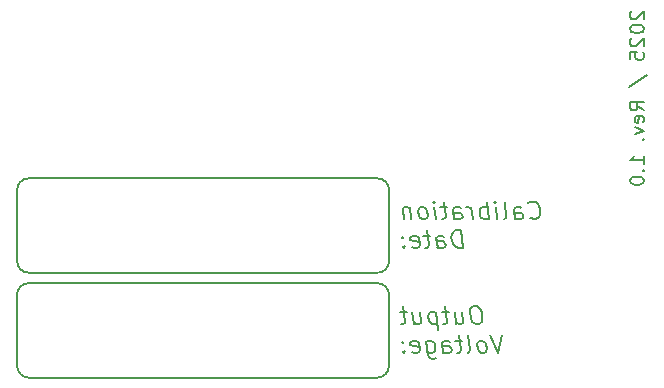
<source format=gbr>
%TF.GenerationSoftware,KiCad,Pcbnew,8.0.4*%
%TF.CreationDate,2025-01-19T21:14:29+01:00*%
%TF.ProjectId,PortableVoltageStandard,506f7274-6162-46c6-9556-6f6c74616765,1.0*%
%TF.SameCoordinates,Original*%
%TF.FileFunction,Legend,Bot*%
%TF.FilePolarity,Positive*%
%FSLAX46Y46*%
G04 Gerber Fmt 4.6, Leading zero omitted, Abs format (unit mm)*
G04 Created by KiCad (PCBNEW 8.0.4) date 2025-01-19 21:14:29*
%MOMM*%
%LPD*%
G01*
G04 APERTURE LIST*
%ADD10C,0.200000*%
G04 APERTURE END LIST*
D10*
X165000000Y-100500000D02*
G75*
G02*
X166000000Y-101500000I0J-1000000D01*
G01*
X134500000Y-110375000D02*
G75*
G02*
X135500000Y-109375000I1000000J0D01*
G01*
X135500000Y-109375000D02*
X165000000Y-109375000D01*
X166000000Y-101500000D02*
X166000000Y-107500000D01*
X165000000Y-109375000D02*
G75*
G02*
X166000000Y-110375000I0J-1000000D01*
G01*
X166000000Y-116375000D02*
G75*
G02*
X165000000Y-117375000I-1000000J0D01*
G01*
X134500000Y-101500000D02*
G75*
G02*
X135500000Y-100500000I1000000J0D01*
G01*
X134500000Y-107500000D02*
X134500000Y-101500000D01*
X166000000Y-110375000D02*
X166000000Y-116375000D01*
X166000000Y-107500000D02*
G75*
G02*
X165000000Y-108500000I-1000000J0D01*
G01*
X135500000Y-100500000D02*
X165000000Y-100500000D01*
X135500000Y-108500000D02*
G75*
G02*
X134500000Y-107500000I0J1000000D01*
G01*
X135500000Y-117375000D02*
G75*
G02*
X134500000Y-116375000I0J1000000D01*
G01*
X165000000Y-117375000D02*
X135500000Y-117375000D01*
X165000000Y-108500000D02*
X135500000Y-108500000D01*
X134500000Y-116375000D02*
X134500000Y-110375000D01*
X173417293Y-111345070D02*
X173131579Y-111345070D01*
X173131579Y-111345070D02*
X172997650Y-111416499D01*
X172997650Y-111416499D02*
X172872650Y-111559356D01*
X172872650Y-111559356D02*
X172836936Y-111845070D01*
X172836936Y-111845070D02*
X172899436Y-112345070D01*
X172899436Y-112345070D02*
X173006579Y-112630784D01*
X173006579Y-112630784D02*
X173167293Y-112773642D01*
X173167293Y-112773642D02*
X173319079Y-112845070D01*
X173319079Y-112845070D02*
X173604793Y-112845070D01*
X173604793Y-112845070D02*
X173738722Y-112773642D01*
X173738722Y-112773642D02*
X173863722Y-112630784D01*
X173863722Y-112630784D02*
X173899436Y-112345070D01*
X173899436Y-112345070D02*
X173836936Y-111845070D01*
X173836936Y-111845070D02*
X173729793Y-111559356D01*
X173729793Y-111559356D02*
X173569079Y-111416499D01*
X173569079Y-111416499D02*
X173417293Y-111345070D01*
X171551221Y-111845070D02*
X171676221Y-112845070D01*
X172194078Y-111845070D02*
X172292293Y-112630784D01*
X172292293Y-112630784D02*
X172238721Y-112773642D01*
X172238721Y-112773642D02*
X172104793Y-112845070D01*
X172104793Y-112845070D02*
X171890507Y-112845070D01*
X171890507Y-112845070D02*
X171738721Y-112773642D01*
X171738721Y-112773642D02*
X171658364Y-112702213D01*
X171051221Y-111845070D02*
X170479792Y-111845070D01*
X170774435Y-111345070D02*
X170935150Y-112630784D01*
X170935150Y-112630784D02*
X170881578Y-112773642D01*
X170881578Y-112773642D02*
X170747650Y-112845070D01*
X170747650Y-112845070D02*
X170604792Y-112845070D01*
X169979792Y-111845070D02*
X170167292Y-113345070D01*
X169988721Y-111916499D02*
X169836935Y-111845070D01*
X169836935Y-111845070D02*
X169551221Y-111845070D01*
X169551221Y-111845070D02*
X169417292Y-111916499D01*
X169417292Y-111916499D02*
X169354792Y-111987927D01*
X169354792Y-111987927D02*
X169301221Y-112130784D01*
X169301221Y-112130784D02*
X169354792Y-112559356D01*
X169354792Y-112559356D02*
X169444078Y-112702213D01*
X169444078Y-112702213D02*
X169524435Y-112773642D01*
X169524435Y-112773642D02*
X169676221Y-112845070D01*
X169676221Y-112845070D02*
X169961935Y-112845070D01*
X169961935Y-112845070D02*
X170095864Y-112773642D01*
X167979792Y-111845070D02*
X168104792Y-112845070D01*
X168622649Y-111845070D02*
X168720864Y-112630784D01*
X168720864Y-112630784D02*
X168667292Y-112773642D01*
X168667292Y-112773642D02*
X168533364Y-112845070D01*
X168533364Y-112845070D02*
X168319078Y-112845070D01*
X168319078Y-112845070D02*
X168167292Y-112773642D01*
X168167292Y-112773642D02*
X168086935Y-112702213D01*
X167479792Y-111845070D02*
X166908363Y-111845070D01*
X167203006Y-111345070D02*
X167363721Y-112630784D01*
X167363721Y-112630784D02*
X167310149Y-112773642D01*
X167310149Y-112773642D02*
X167176221Y-112845070D01*
X167176221Y-112845070D02*
X167033363Y-112845070D01*
X175560149Y-113759986D02*
X175247649Y-115259986D01*
X175247649Y-115259986D02*
X174560149Y-113759986D01*
X174033364Y-115259986D02*
X174167292Y-115188558D01*
X174167292Y-115188558D02*
X174229792Y-115117129D01*
X174229792Y-115117129D02*
X174283364Y-114974272D01*
X174283364Y-114974272D02*
X174229792Y-114545700D01*
X174229792Y-114545700D02*
X174140506Y-114402843D01*
X174140506Y-114402843D02*
X174060149Y-114331415D01*
X174060149Y-114331415D02*
X173908364Y-114259986D01*
X173908364Y-114259986D02*
X173694078Y-114259986D01*
X173694078Y-114259986D02*
X173560149Y-114331415D01*
X173560149Y-114331415D02*
X173497649Y-114402843D01*
X173497649Y-114402843D02*
X173444078Y-114545700D01*
X173444078Y-114545700D02*
X173497649Y-114974272D01*
X173497649Y-114974272D02*
X173586935Y-115117129D01*
X173586935Y-115117129D02*
X173667292Y-115188558D01*
X173667292Y-115188558D02*
X173819078Y-115259986D01*
X173819078Y-115259986D02*
X174033364Y-115259986D01*
X172676221Y-115259986D02*
X172810149Y-115188558D01*
X172810149Y-115188558D02*
X172863721Y-115045700D01*
X172863721Y-115045700D02*
X172703006Y-113759986D01*
X172194078Y-114259986D02*
X171622649Y-114259986D01*
X171917292Y-113759986D02*
X172078007Y-115045700D01*
X172078007Y-115045700D02*
X172024435Y-115188558D01*
X172024435Y-115188558D02*
X171890507Y-115259986D01*
X171890507Y-115259986D02*
X171747649Y-115259986D01*
X170604792Y-115259986D02*
X170506578Y-114474272D01*
X170506578Y-114474272D02*
X170560149Y-114331415D01*
X170560149Y-114331415D02*
X170694078Y-114259986D01*
X170694078Y-114259986D02*
X170979792Y-114259986D01*
X170979792Y-114259986D02*
X171131578Y-114331415D01*
X170595864Y-115188558D02*
X170747649Y-115259986D01*
X170747649Y-115259986D02*
X171104792Y-115259986D01*
X171104792Y-115259986D02*
X171238721Y-115188558D01*
X171238721Y-115188558D02*
X171292292Y-115045700D01*
X171292292Y-115045700D02*
X171274435Y-114902843D01*
X171274435Y-114902843D02*
X171185149Y-114759986D01*
X171185149Y-114759986D02*
X171033364Y-114688558D01*
X171033364Y-114688558D02*
X170676221Y-114688558D01*
X170676221Y-114688558D02*
X170524435Y-114617129D01*
X169122649Y-114259986D02*
X169274435Y-115474272D01*
X169274435Y-115474272D02*
X169363721Y-115617129D01*
X169363721Y-115617129D02*
X169444078Y-115688558D01*
X169444078Y-115688558D02*
X169595863Y-115759986D01*
X169595863Y-115759986D02*
X169810149Y-115759986D01*
X169810149Y-115759986D02*
X169944078Y-115688558D01*
X169238721Y-115188558D02*
X169390506Y-115259986D01*
X169390506Y-115259986D02*
X169676221Y-115259986D01*
X169676221Y-115259986D02*
X169810149Y-115188558D01*
X169810149Y-115188558D02*
X169872649Y-115117129D01*
X169872649Y-115117129D02*
X169926221Y-114974272D01*
X169926221Y-114974272D02*
X169872649Y-114545700D01*
X169872649Y-114545700D02*
X169783363Y-114402843D01*
X169783363Y-114402843D02*
X169703006Y-114331415D01*
X169703006Y-114331415D02*
X169551221Y-114259986D01*
X169551221Y-114259986D02*
X169265506Y-114259986D01*
X169265506Y-114259986D02*
X169131578Y-114331415D01*
X167953006Y-115188558D02*
X168104792Y-115259986D01*
X168104792Y-115259986D02*
X168390506Y-115259986D01*
X168390506Y-115259986D02*
X168524435Y-115188558D01*
X168524435Y-115188558D02*
X168578006Y-115045700D01*
X168578006Y-115045700D02*
X168506578Y-114474272D01*
X168506578Y-114474272D02*
X168417292Y-114331415D01*
X168417292Y-114331415D02*
X168265506Y-114259986D01*
X168265506Y-114259986D02*
X167979792Y-114259986D01*
X167979792Y-114259986D02*
X167845863Y-114331415D01*
X167845863Y-114331415D02*
X167792292Y-114474272D01*
X167792292Y-114474272D02*
X167810149Y-114617129D01*
X167810149Y-114617129D02*
X168542292Y-114759986D01*
X167229792Y-115117129D02*
X167167292Y-115188558D01*
X167167292Y-115188558D02*
X167247649Y-115259986D01*
X167247649Y-115259986D02*
X167310149Y-115188558D01*
X167310149Y-115188558D02*
X167229792Y-115117129D01*
X167229792Y-115117129D02*
X167247649Y-115259986D01*
X167131578Y-114331415D02*
X167069078Y-114402843D01*
X167069078Y-114402843D02*
X167149435Y-114474272D01*
X167149435Y-114474272D02*
X167211935Y-114402843D01*
X167211935Y-114402843D02*
X167131578Y-114331415D01*
X167131578Y-114331415D02*
X167149435Y-114474272D01*
X186507028Y-86360149D02*
X186449885Y-86417292D01*
X186449885Y-86417292D02*
X186392742Y-86531578D01*
X186392742Y-86531578D02*
X186392742Y-86817292D01*
X186392742Y-86817292D02*
X186449885Y-86931578D01*
X186449885Y-86931578D02*
X186507028Y-86988720D01*
X186507028Y-86988720D02*
X186621314Y-87045863D01*
X186621314Y-87045863D02*
X186735600Y-87045863D01*
X186735600Y-87045863D02*
X186907028Y-86988720D01*
X186907028Y-86988720D02*
X187592742Y-86303006D01*
X187592742Y-86303006D02*
X187592742Y-87045863D01*
X186392742Y-87788720D02*
X186392742Y-87903006D01*
X186392742Y-87903006D02*
X186449885Y-88017292D01*
X186449885Y-88017292D02*
X186507028Y-88074435D01*
X186507028Y-88074435D02*
X186621314Y-88131577D01*
X186621314Y-88131577D02*
X186849885Y-88188720D01*
X186849885Y-88188720D02*
X187135600Y-88188720D01*
X187135600Y-88188720D02*
X187364171Y-88131577D01*
X187364171Y-88131577D02*
X187478457Y-88074435D01*
X187478457Y-88074435D02*
X187535600Y-88017292D01*
X187535600Y-88017292D02*
X187592742Y-87903006D01*
X187592742Y-87903006D02*
X187592742Y-87788720D01*
X187592742Y-87788720D02*
X187535600Y-87674435D01*
X187535600Y-87674435D02*
X187478457Y-87617292D01*
X187478457Y-87617292D02*
X187364171Y-87560149D01*
X187364171Y-87560149D02*
X187135600Y-87503006D01*
X187135600Y-87503006D02*
X186849885Y-87503006D01*
X186849885Y-87503006D02*
X186621314Y-87560149D01*
X186621314Y-87560149D02*
X186507028Y-87617292D01*
X186507028Y-87617292D02*
X186449885Y-87674435D01*
X186449885Y-87674435D02*
X186392742Y-87788720D01*
X186507028Y-88645863D02*
X186449885Y-88703006D01*
X186449885Y-88703006D02*
X186392742Y-88817292D01*
X186392742Y-88817292D02*
X186392742Y-89103006D01*
X186392742Y-89103006D02*
X186449885Y-89217292D01*
X186449885Y-89217292D02*
X186507028Y-89274434D01*
X186507028Y-89274434D02*
X186621314Y-89331577D01*
X186621314Y-89331577D02*
X186735600Y-89331577D01*
X186735600Y-89331577D02*
X186907028Y-89274434D01*
X186907028Y-89274434D02*
X187592742Y-88588720D01*
X187592742Y-88588720D02*
X187592742Y-89331577D01*
X186392742Y-90417291D02*
X186392742Y-89845863D01*
X186392742Y-89845863D02*
X186964171Y-89788720D01*
X186964171Y-89788720D02*
X186907028Y-89845863D01*
X186907028Y-89845863D02*
X186849885Y-89960149D01*
X186849885Y-89960149D02*
X186849885Y-90245863D01*
X186849885Y-90245863D02*
X186907028Y-90360149D01*
X186907028Y-90360149D02*
X186964171Y-90417291D01*
X186964171Y-90417291D02*
X187078457Y-90474434D01*
X187078457Y-90474434D02*
X187364171Y-90474434D01*
X187364171Y-90474434D02*
X187478457Y-90417291D01*
X187478457Y-90417291D02*
X187535600Y-90360149D01*
X187535600Y-90360149D02*
X187592742Y-90245863D01*
X187592742Y-90245863D02*
X187592742Y-89960149D01*
X187592742Y-89960149D02*
X187535600Y-89845863D01*
X187535600Y-89845863D02*
X187478457Y-89788720D01*
X186335600Y-92760149D02*
X187878457Y-91731577D01*
X187592742Y-94760149D02*
X187021314Y-94360149D01*
X187592742Y-94074435D02*
X186392742Y-94074435D01*
X186392742Y-94074435D02*
X186392742Y-94531578D01*
X186392742Y-94531578D02*
X186449885Y-94645863D01*
X186449885Y-94645863D02*
X186507028Y-94703006D01*
X186507028Y-94703006D02*
X186621314Y-94760149D01*
X186621314Y-94760149D02*
X186792742Y-94760149D01*
X186792742Y-94760149D02*
X186907028Y-94703006D01*
X186907028Y-94703006D02*
X186964171Y-94645863D01*
X186964171Y-94645863D02*
X187021314Y-94531578D01*
X187021314Y-94531578D02*
X187021314Y-94074435D01*
X187535600Y-95731578D02*
X187592742Y-95617292D01*
X187592742Y-95617292D02*
X187592742Y-95388721D01*
X187592742Y-95388721D02*
X187535600Y-95274435D01*
X187535600Y-95274435D02*
X187421314Y-95217292D01*
X187421314Y-95217292D02*
X186964171Y-95217292D01*
X186964171Y-95217292D02*
X186849885Y-95274435D01*
X186849885Y-95274435D02*
X186792742Y-95388721D01*
X186792742Y-95388721D02*
X186792742Y-95617292D01*
X186792742Y-95617292D02*
X186849885Y-95731578D01*
X186849885Y-95731578D02*
X186964171Y-95788721D01*
X186964171Y-95788721D02*
X187078457Y-95788721D01*
X187078457Y-95788721D02*
X187192742Y-95217292D01*
X186792742Y-96188720D02*
X187592742Y-96474434D01*
X187592742Y-96474434D02*
X186792742Y-96760149D01*
X187478457Y-97217292D02*
X187535600Y-97274435D01*
X187535600Y-97274435D02*
X187592742Y-97217292D01*
X187592742Y-97217292D02*
X187535600Y-97160149D01*
X187535600Y-97160149D02*
X187478457Y-97217292D01*
X187478457Y-97217292D02*
X187592742Y-97217292D01*
X187592742Y-99331578D02*
X187592742Y-98645864D01*
X187592742Y-98988721D02*
X186392742Y-98988721D01*
X186392742Y-98988721D02*
X186564171Y-98874435D01*
X186564171Y-98874435D02*
X186678457Y-98760150D01*
X186678457Y-98760150D02*
X186735600Y-98645864D01*
X187478457Y-99845864D02*
X187535600Y-99903007D01*
X187535600Y-99903007D02*
X187592742Y-99845864D01*
X187592742Y-99845864D02*
X187535600Y-99788721D01*
X187535600Y-99788721D02*
X187478457Y-99845864D01*
X187478457Y-99845864D02*
X187592742Y-99845864D01*
X186392742Y-100645864D02*
X186392742Y-100760150D01*
X186392742Y-100760150D02*
X186449885Y-100874436D01*
X186449885Y-100874436D02*
X186507028Y-100931579D01*
X186507028Y-100931579D02*
X186621314Y-100988721D01*
X186621314Y-100988721D02*
X186849885Y-101045864D01*
X186849885Y-101045864D02*
X187135600Y-101045864D01*
X187135600Y-101045864D02*
X187364171Y-100988721D01*
X187364171Y-100988721D02*
X187478457Y-100931579D01*
X187478457Y-100931579D02*
X187535600Y-100874436D01*
X187535600Y-100874436D02*
X187592742Y-100760150D01*
X187592742Y-100760150D02*
X187592742Y-100645864D01*
X187592742Y-100645864D02*
X187535600Y-100531579D01*
X187535600Y-100531579D02*
X187478457Y-100474436D01*
X187478457Y-100474436D02*
X187364171Y-100417293D01*
X187364171Y-100417293D02*
X187135600Y-100360150D01*
X187135600Y-100360150D02*
X186849885Y-100360150D01*
X186849885Y-100360150D02*
X186621314Y-100417293D01*
X186621314Y-100417293D02*
X186507028Y-100474436D01*
X186507028Y-100474436D02*
X186449885Y-100531579D01*
X186449885Y-100531579D02*
X186392742Y-100645864D01*
X177944078Y-103827213D02*
X178024435Y-103898642D01*
X178024435Y-103898642D02*
X178247650Y-103970070D01*
X178247650Y-103970070D02*
X178390507Y-103970070D01*
X178390507Y-103970070D02*
X178595864Y-103898642D01*
X178595864Y-103898642D02*
X178720864Y-103755784D01*
X178720864Y-103755784D02*
X178774435Y-103612927D01*
X178774435Y-103612927D02*
X178810150Y-103327213D01*
X178810150Y-103327213D02*
X178783364Y-103112927D01*
X178783364Y-103112927D02*
X178676221Y-102827213D01*
X178676221Y-102827213D02*
X178586935Y-102684356D01*
X178586935Y-102684356D02*
X178426221Y-102541499D01*
X178426221Y-102541499D02*
X178203007Y-102470070D01*
X178203007Y-102470070D02*
X178060150Y-102470070D01*
X178060150Y-102470070D02*
X177854793Y-102541499D01*
X177854793Y-102541499D02*
X177792293Y-102612927D01*
X176676221Y-103970070D02*
X176578007Y-103184356D01*
X176578007Y-103184356D02*
X176631578Y-103041499D01*
X176631578Y-103041499D02*
X176765507Y-102970070D01*
X176765507Y-102970070D02*
X177051221Y-102970070D01*
X177051221Y-102970070D02*
X177203007Y-103041499D01*
X176667293Y-103898642D02*
X176819078Y-103970070D01*
X176819078Y-103970070D02*
X177176221Y-103970070D01*
X177176221Y-103970070D02*
X177310150Y-103898642D01*
X177310150Y-103898642D02*
X177363721Y-103755784D01*
X177363721Y-103755784D02*
X177345864Y-103612927D01*
X177345864Y-103612927D02*
X177256578Y-103470070D01*
X177256578Y-103470070D02*
X177104793Y-103398642D01*
X177104793Y-103398642D02*
X176747650Y-103398642D01*
X176747650Y-103398642D02*
X176595864Y-103327213D01*
X175747650Y-103970070D02*
X175881578Y-103898642D01*
X175881578Y-103898642D02*
X175935150Y-103755784D01*
X175935150Y-103755784D02*
X175774435Y-102470070D01*
X175176221Y-103970070D02*
X175051221Y-102970070D01*
X174988721Y-102470070D02*
X175069078Y-102541499D01*
X175069078Y-102541499D02*
X175006578Y-102612927D01*
X175006578Y-102612927D02*
X174926221Y-102541499D01*
X174926221Y-102541499D02*
X174988721Y-102470070D01*
X174988721Y-102470070D02*
X175006578Y-102612927D01*
X174461935Y-103970070D02*
X174274435Y-102470070D01*
X174345864Y-103041499D02*
X174194078Y-102970070D01*
X174194078Y-102970070D02*
X173908364Y-102970070D01*
X173908364Y-102970070D02*
X173774435Y-103041499D01*
X173774435Y-103041499D02*
X173711935Y-103112927D01*
X173711935Y-103112927D02*
X173658364Y-103255784D01*
X173658364Y-103255784D02*
X173711935Y-103684356D01*
X173711935Y-103684356D02*
X173801221Y-103827213D01*
X173801221Y-103827213D02*
X173881578Y-103898642D01*
X173881578Y-103898642D02*
X174033364Y-103970070D01*
X174033364Y-103970070D02*
X174319078Y-103970070D01*
X174319078Y-103970070D02*
X174453007Y-103898642D01*
X173104792Y-103970070D02*
X172979792Y-102970070D01*
X173015507Y-103255784D02*
X172926221Y-103112927D01*
X172926221Y-103112927D02*
X172845864Y-103041499D01*
X172845864Y-103041499D02*
X172694078Y-102970070D01*
X172694078Y-102970070D02*
X172551221Y-102970070D01*
X171533364Y-103970070D02*
X171435150Y-103184356D01*
X171435150Y-103184356D02*
X171488721Y-103041499D01*
X171488721Y-103041499D02*
X171622650Y-102970070D01*
X171622650Y-102970070D02*
X171908364Y-102970070D01*
X171908364Y-102970070D02*
X172060150Y-103041499D01*
X171524436Y-103898642D02*
X171676221Y-103970070D01*
X171676221Y-103970070D02*
X172033364Y-103970070D01*
X172033364Y-103970070D02*
X172167293Y-103898642D01*
X172167293Y-103898642D02*
X172220864Y-103755784D01*
X172220864Y-103755784D02*
X172203007Y-103612927D01*
X172203007Y-103612927D02*
X172113721Y-103470070D01*
X172113721Y-103470070D02*
X171961936Y-103398642D01*
X171961936Y-103398642D02*
X171604793Y-103398642D01*
X171604793Y-103398642D02*
X171453007Y-103327213D01*
X170908364Y-102970070D02*
X170336935Y-102970070D01*
X170631578Y-102470070D02*
X170792293Y-103755784D01*
X170792293Y-103755784D02*
X170738721Y-103898642D01*
X170738721Y-103898642D02*
X170604793Y-103970070D01*
X170604793Y-103970070D02*
X170461935Y-103970070D01*
X169961935Y-103970070D02*
X169836935Y-102970070D01*
X169774435Y-102470070D02*
X169854792Y-102541499D01*
X169854792Y-102541499D02*
X169792292Y-102612927D01*
X169792292Y-102612927D02*
X169711935Y-102541499D01*
X169711935Y-102541499D02*
X169774435Y-102470070D01*
X169774435Y-102470070D02*
X169792292Y-102612927D01*
X169033364Y-103970070D02*
X169167292Y-103898642D01*
X169167292Y-103898642D02*
X169229792Y-103827213D01*
X169229792Y-103827213D02*
X169283364Y-103684356D01*
X169283364Y-103684356D02*
X169229792Y-103255784D01*
X169229792Y-103255784D02*
X169140506Y-103112927D01*
X169140506Y-103112927D02*
X169060149Y-103041499D01*
X169060149Y-103041499D02*
X168908364Y-102970070D01*
X168908364Y-102970070D02*
X168694078Y-102970070D01*
X168694078Y-102970070D02*
X168560149Y-103041499D01*
X168560149Y-103041499D02*
X168497649Y-103112927D01*
X168497649Y-103112927D02*
X168444078Y-103255784D01*
X168444078Y-103255784D02*
X168497649Y-103684356D01*
X168497649Y-103684356D02*
X168586935Y-103827213D01*
X168586935Y-103827213D02*
X168667292Y-103898642D01*
X168667292Y-103898642D02*
X168819078Y-103970070D01*
X168819078Y-103970070D02*
X169033364Y-103970070D01*
X167765506Y-102970070D02*
X167890506Y-103970070D01*
X167783363Y-103112927D02*
X167703006Y-103041499D01*
X167703006Y-103041499D02*
X167551221Y-102970070D01*
X167551221Y-102970070D02*
X167336935Y-102970070D01*
X167336935Y-102970070D02*
X167203006Y-103041499D01*
X167203006Y-103041499D02*
X167149435Y-103184356D01*
X167149435Y-103184356D02*
X167247649Y-103970070D01*
X172247649Y-106384986D02*
X172060149Y-104884986D01*
X172060149Y-104884986D02*
X171703006Y-104884986D01*
X171703006Y-104884986D02*
X171497649Y-104956415D01*
X171497649Y-104956415D02*
X171372649Y-105099272D01*
X171372649Y-105099272D02*
X171319078Y-105242129D01*
X171319078Y-105242129D02*
X171283364Y-105527843D01*
X171283364Y-105527843D02*
X171310149Y-105742129D01*
X171310149Y-105742129D02*
X171417292Y-106027843D01*
X171417292Y-106027843D02*
X171506578Y-106170700D01*
X171506578Y-106170700D02*
X171667292Y-106313558D01*
X171667292Y-106313558D02*
X171890506Y-106384986D01*
X171890506Y-106384986D02*
X172247649Y-106384986D01*
X170104792Y-106384986D02*
X170006578Y-105599272D01*
X170006578Y-105599272D02*
X170060149Y-105456415D01*
X170060149Y-105456415D02*
X170194078Y-105384986D01*
X170194078Y-105384986D02*
X170479792Y-105384986D01*
X170479792Y-105384986D02*
X170631578Y-105456415D01*
X170095864Y-106313558D02*
X170247649Y-106384986D01*
X170247649Y-106384986D02*
X170604792Y-106384986D01*
X170604792Y-106384986D02*
X170738721Y-106313558D01*
X170738721Y-106313558D02*
X170792292Y-106170700D01*
X170792292Y-106170700D02*
X170774435Y-106027843D01*
X170774435Y-106027843D02*
X170685149Y-105884986D01*
X170685149Y-105884986D02*
X170533364Y-105813558D01*
X170533364Y-105813558D02*
X170176221Y-105813558D01*
X170176221Y-105813558D02*
X170024435Y-105742129D01*
X169479792Y-105384986D02*
X168908363Y-105384986D01*
X169203006Y-104884986D02*
X169363721Y-106170700D01*
X169363721Y-106170700D02*
X169310149Y-106313558D01*
X169310149Y-106313558D02*
X169176221Y-106384986D01*
X169176221Y-106384986D02*
X169033363Y-106384986D01*
X167953006Y-106313558D02*
X168104792Y-106384986D01*
X168104792Y-106384986D02*
X168390506Y-106384986D01*
X168390506Y-106384986D02*
X168524435Y-106313558D01*
X168524435Y-106313558D02*
X168578006Y-106170700D01*
X168578006Y-106170700D02*
X168506578Y-105599272D01*
X168506578Y-105599272D02*
X168417292Y-105456415D01*
X168417292Y-105456415D02*
X168265506Y-105384986D01*
X168265506Y-105384986D02*
X167979792Y-105384986D01*
X167979792Y-105384986D02*
X167845863Y-105456415D01*
X167845863Y-105456415D02*
X167792292Y-105599272D01*
X167792292Y-105599272D02*
X167810149Y-105742129D01*
X167810149Y-105742129D02*
X168542292Y-105884986D01*
X167229792Y-106242129D02*
X167167292Y-106313558D01*
X167167292Y-106313558D02*
X167247649Y-106384986D01*
X167247649Y-106384986D02*
X167310149Y-106313558D01*
X167310149Y-106313558D02*
X167229792Y-106242129D01*
X167229792Y-106242129D02*
X167247649Y-106384986D01*
X167131578Y-105456415D02*
X167069078Y-105527843D01*
X167069078Y-105527843D02*
X167149435Y-105599272D01*
X167149435Y-105599272D02*
X167211935Y-105527843D01*
X167211935Y-105527843D02*
X167131578Y-105456415D01*
X167131578Y-105456415D02*
X167149435Y-105599272D01*
M02*

</source>
